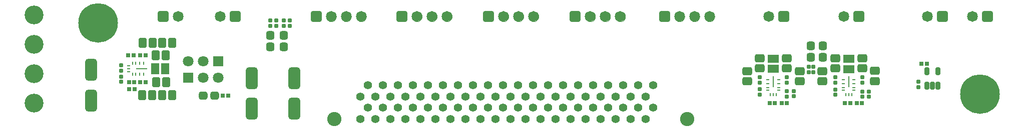
<source format=gts>
G04*
G04 #@! TF.GenerationSoftware,Altium Limited,Altium Designer,21.2.2 (38)*
G04*
G04 Layer_Color=8388736*
%FSLAX25Y25*%
%MOIN*%
G70*
G04*
G04 #@! TF.SameCoordinates,68047672-1E7F-4675-B640-9537CBAF5E22*
G04*
G04*
G04 #@! TF.FilePolarity,Negative*
G04*
G01*
G75*
%ADD16C,0.00000*%
%ADD17R,0.00984X0.02362*%
%ADD18R,0.02362X0.00984*%
%ADD19R,0.07185X0.00984*%
G04:AMPARAMS|DCode=20|XSize=80.83mil|YSize=147.76mil|CornerRadius=22.21mil|HoleSize=0mil|Usage=FLASHONLY|Rotation=0.000|XOffset=0mil|YOffset=0mil|HoleType=Round|Shape=RoundedRectangle|*
%AMROUNDEDRECTD20*
21,1,0.08083,0.10335,0,0,0.0*
21,1,0.03642,0.14776,0,0,0.0*
1,1,0.04442,0.01821,-0.05167*
1,1,0.04442,-0.01821,-0.05167*
1,1,0.04442,-0.01821,0.05167*
1,1,0.04442,0.01821,0.05167*
%
%ADD20ROUNDEDRECTD20*%
G04:AMPARAMS|DCode=21|XSize=57.21mil|YSize=53.67mil|CornerRadius=13.82mil|HoleSize=0mil|Usage=FLASHONLY|Rotation=90.000|XOffset=0mil|YOffset=0mil|HoleType=Round|Shape=RoundedRectangle|*
%AMROUNDEDRECTD21*
21,1,0.05721,0.02603,0,0,90.0*
21,1,0.02958,0.05367,0,0,90.0*
1,1,0.02764,0.01302,0.01479*
1,1,0.02764,0.01302,-0.01479*
1,1,0.02764,-0.01302,-0.01479*
1,1,0.02764,-0.01302,0.01479*
%
%ADD21ROUNDEDRECTD21*%
G04:AMPARAMS|DCode=22|XSize=29.85mil|YSize=27.88mil|CornerRadius=8.97mil|HoleSize=0mil|Usage=FLASHONLY|Rotation=270.000|XOffset=0mil|YOffset=0mil|HoleType=Round|Shape=RoundedRectangle|*
%AMROUNDEDRECTD22*
21,1,0.02985,0.00994,0,0,270.0*
21,1,0.01191,0.02788,0,0,270.0*
1,1,0.01794,-0.00497,-0.00596*
1,1,0.01794,-0.00497,0.00596*
1,1,0.01794,0.00497,0.00596*
1,1,0.01794,0.00497,-0.00596*
%
%ADD22ROUNDEDRECTD22*%
G04:AMPARAMS|DCode=23|XSize=55.24mil|YSize=67.06mil|CornerRadius=13.92mil|HoleSize=0mil|Usage=FLASHONLY|Rotation=0.000|XOffset=0mil|YOffset=0mil|HoleType=Round|Shape=RoundedRectangle|*
%AMROUNDEDRECTD23*
21,1,0.05524,0.03921,0,0,0.0*
21,1,0.02740,0.06706,0,0,0.0*
1,1,0.02784,0.01370,-0.01961*
1,1,0.02784,-0.01370,-0.01961*
1,1,0.02784,-0.01370,0.01961*
1,1,0.02784,0.01370,0.01961*
%
%ADD23ROUNDEDRECTD23*%
%ADD24R,0.00984X0.07185*%
G04:AMPARAMS|DCode=25|XSize=55.24mil|YSize=67.06mil|CornerRadius=13.92mil|HoleSize=0mil|Usage=FLASHONLY|Rotation=270.000|XOffset=0mil|YOffset=0mil|HoleType=Round|Shape=RoundedRectangle|*
%AMROUNDEDRECTD25*
21,1,0.05524,0.03921,0,0,270.0*
21,1,0.02740,0.06706,0,0,270.0*
1,1,0.02784,-0.01961,-0.01370*
1,1,0.02784,-0.01961,0.01370*
1,1,0.02784,0.01961,0.01370*
1,1,0.02784,0.01961,-0.01370*
%
%ADD25ROUNDEDRECTD25*%
%ADD26R,0.07611X0.05485*%
G04:AMPARAMS|DCode=27|XSize=29.85mil|YSize=27.88mil|CornerRadius=8.97mil|HoleSize=0mil|Usage=FLASHONLY|Rotation=180.000|XOffset=0mil|YOffset=0mil|HoleType=Round|Shape=RoundedRectangle|*
%AMROUNDEDRECTD27*
21,1,0.02985,0.00994,0,0,180.0*
21,1,0.01191,0.02788,0,0,180.0*
1,1,0.01794,-0.00596,0.00497*
1,1,0.01794,0.00596,0.00497*
1,1,0.01794,0.00596,-0.00497*
1,1,0.01794,-0.00596,-0.00497*
%
%ADD27ROUNDEDRECTD27*%
G04:AMPARAMS|DCode=28|XSize=57.21mil|YSize=53.67mil|CornerRadius=13.82mil|HoleSize=0mil|Usage=FLASHONLY|Rotation=180.000|XOffset=0mil|YOffset=0mil|HoleType=Round|Shape=RoundedRectangle|*
%AMROUNDEDRECTD28*
21,1,0.05721,0.02603,0,0,180.0*
21,1,0.02958,0.05367,0,0,180.0*
1,1,0.02764,-0.01479,0.01302*
1,1,0.02764,0.01479,0.01302*
1,1,0.02764,0.01479,-0.01302*
1,1,0.02764,-0.01479,-0.01302*
%
%ADD28ROUNDEDRECTD28*%
%ADD29R,0.05485X0.07611*%
G04:AMPARAMS|DCode=30|XSize=53.67mil|YSize=32.02mil|CornerRadius=9.88mil|HoleSize=0mil|Usage=FLASHONLY|Rotation=90.000|XOffset=0mil|YOffset=0mil|HoleType=Round|Shape=RoundedRectangle|*
%AMROUNDEDRECTD30*
21,1,0.05367,0.01225,0,0,90.0*
21,1,0.03390,0.03202,0,0,90.0*
1,1,0.01977,0.00612,0.01695*
1,1,0.01977,0.00612,-0.01695*
1,1,0.01977,-0.00612,-0.01695*
1,1,0.01977,-0.00612,0.01695*
%
%ADD30ROUNDEDRECTD30*%
%ADD31R,0.07099X0.07099*%
%ADD32C,0.07099*%
%ADD33C,0.26391*%
%ADD34C,0.03162*%
%ADD35C,0.09500*%
%ADD36C,0.05500*%
G04:AMPARAMS|DCode=37|XSize=71.78mil|YSize=71.78mil|CornerRadius=11.97mil|HoleSize=0mil|Usage=FLASHONLY|Rotation=0.000|XOffset=0mil|YOffset=0mil|HoleType=Round|Shape=RoundedRectangle|*
%AMROUNDEDRECTD37*
21,1,0.07178,0.04784,0,0,0.0*
21,1,0.04784,0.07178,0,0,0.0*
1,1,0.02395,0.02392,-0.02392*
1,1,0.02395,-0.02392,-0.02392*
1,1,0.02395,-0.02392,0.02392*
1,1,0.02395,0.02392,0.02392*
%
%ADD37ROUNDEDRECTD37*%
%ADD38C,0.07178*%
%ADD39C,0.12611*%
D16*
X493890Y175000D02*
X493739Y175999D01*
X493301Y176910D01*
X492614Y177650D01*
X491739Y178156D01*
X490753Y178381D01*
X489746Y178305D01*
X488805Y177936D01*
X488015Y177306D01*
X487446Y176471D01*
X487148Y175505D01*
Y174495D01*
X487446Y173529D01*
X488015Y172694D01*
X488805Y172064D01*
X489746Y171695D01*
X490753Y171619D01*
X491739Y171844D01*
X492614Y172350D01*
X493301Y173090D01*
X493739Y174001D01*
X493890Y175000D01*
X503890D02*
X503739Y175999D01*
X503301Y176910D01*
X502614Y177650D01*
X501739Y178156D01*
X500753Y178381D01*
X499746Y178305D01*
X498805Y177936D01*
X498015Y177306D01*
X497446Y176471D01*
X497148Y175505D01*
Y174495D01*
X497446Y173529D01*
X498015Y172694D01*
X498805Y172064D01*
X499746Y171695D01*
X500753Y171619D01*
X501739Y171844D01*
X502614Y172350D01*
X503301Y173090D01*
X503739Y174001D01*
X503890Y175000D01*
X513890D02*
X513739Y175999D01*
X513301Y176910D01*
X512614Y177650D01*
X511738Y178156D01*
X510753Y178381D01*
X509746Y178305D01*
X508805Y177936D01*
X508015Y177306D01*
X507446Y176471D01*
X507148Y175505D01*
Y174495D01*
X507446Y173529D01*
X508015Y172694D01*
X508805Y172064D01*
X509746Y171695D01*
X510753Y171619D01*
X511738Y171844D01*
X512614Y172350D01*
X513301Y173090D01*
X513739Y174001D01*
X513890Y175000D01*
X523890D02*
X523739Y175999D01*
X523301Y176910D01*
X522614Y177650D01*
X521738Y178156D01*
X520753Y178381D01*
X519746Y178305D01*
X518805Y177936D01*
X518015Y177306D01*
X517446Y176471D01*
X517148Y175505D01*
Y174495D01*
X517446Y173529D01*
X518015Y172694D01*
X518805Y172064D01*
X519746Y171695D01*
X520753Y171619D01*
X521738Y171844D01*
X522614Y172350D01*
X523301Y173090D01*
X523739Y174001D01*
X523890Y175000D01*
X434416D02*
X434265Y175999D01*
X433827Y176910D01*
X433140Y177650D01*
X432264Y178156D01*
X431279Y178381D01*
X430271Y178305D01*
X429331Y177936D01*
X428541Y177306D01*
X427972Y176471D01*
X427674Y175505D01*
Y174495D01*
X427972Y173529D01*
X428541Y172694D01*
X429331Y172064D01*
X430271Y171695D01*
X431279Y171619D01*
X432264Y171844D01*
X433140Y172350D01*
X433827Y173090D01*
X434265Y174001D01*
X434416Y175000D01*
X444416D02*
X444265Y175999D01*
X443827Y176910D01*
X443140Y177650D01*
X442264Y178156D01*
X441279Y178381D01*
X440272Y178305D01*
X439331Y177936D01*
X438541Y177306D01*
X437972Y176471D01*
X437674Y175505D01*
Y174495D01*
X437972Y173529D01*
X438541Y172694D01*
X439331Y172064D01*
X440272Y171695D01*
X441279Y171619D01*
X442264Y171844D01*
X443140Y172350D01*
X443827Y173090D01*
X444265Y174001D01*
X444416Y175000D01*
X454416D02*
X454265Y175999D01*
X453827Y176910D01*
X453139Y177650D01*
X452264Y178156D01*
X451279Y178381D01*
X450272Y178305D01*
X449331Y177936D01*
X448541Y177306D01*
X447972Y176471D01*
X447674Y175505D01*
Y174495D01*
X447972Y173529D01*
X448541Y172694D01*
X449331Y172064D01*
X450272Y171695D01*
X451279Y171619D01*
X452264Y171844D01*
X453139Y172350D01*
X453827Y173090D01*
X454265Y174001D01*
X454416Y175000D01*
X464416D02*
X464265Y175999D01*
X463827Y176910D01*
X463139Y177650D01*
X462264Y178156D01*
X461279Y178381D01*
X460272Y178305D01*
X459331Y177936D01*
X458541Y177306D01*
X457972Y176471D01*
X457674Y175505D01*
Y174495D01*
X457972Y173529D01*
X458541Y172694D01*
X459331Y172064D01*
X460272Y171695D01*
X461279Y171619D01*
X462264Y171844D01*
X463139Y172350D01*
X463827Y173090D01*
X464265Y174001D01*
X464416Y175000D01*
X406640D02*
X406489Y175999D01*
X406051Y176910D01*
X405364Y177650D01*
X404489Y178156D01*
X403503Y178381D01*
X402496Y178305D01*
X401555Y177936D01*
X400765Y177306D01*
X400196Y176471D01*
X399898Y175505D01*
Y174495D01*
X400196Y173529D01*
X400765Y172694D01*
X401555Y172064D01*
X402496Y171695D01*
X403503Y171619D01*
X404489Y171844D01*
X405364Y172350D01*
X406051Y173090D01*
X406489Y174001D01*
X406640Y175000D01*
X396640D02*
X396489Y175999D01*
X396051Y176910D01*
X395364Y177650D01*
X394489Y178156D01*
X393503Y178381D01*
X392496Y178305D01*
X391555Y177936D01*
X390765Y177306D01*
X390196Y176471D01*
X389898Y175505D01*
Y174495D01*
X390196Y173529D01*
X390765Y172694D01*
X391555Y172064D01*
X392496Y171695D01*
X393503Y171619D01*
X394489Y171844D01*
X395364Y172350D01*
X396051Y173090D01*
X396489Y174001D01*
X396640Y175000D01*
X386640D02*
X386489Y175999D01*
X386051Y176910D01*
X385364Y177650D01*
X384489Y178156D01*
X383503Y178381D01*
X382496Y178305D01*
X381555Y177936D01*
X380765Y177306D01*
X380196Y176471D01*
X379898Y175505D01*
Y174495D01*
X380196Y173529D01*
X380765Y172694D01*
X381555Y172064D01*
X382496Y171695D01*
X383503Y171619D01*
X384489Y171844D01*
X385364Y172350D01*
X386051Y173090D01*
X386489Y174001D01*
X386640Y175000D01*
X376640D02*
X376489Y175999D01*
X376051Y176910D01*
X375364Y177650D01*
X374488Y178156D01*
X373503Y178381D01*
X372496Y178305D01*
X371555Y177936D01*
X370765Y177306D01*
X370196Y176471D01*
X369898Y175505D01*
Y174495D01*
X370196Y173529D01*
X370765Y172694D01*
X371555Y172064D01*
X372496Y171695D01*
X373503Y171619D01*
X374488Y171844D01*
X375364Y172350D01*
X376051Y173090D01*
X376489Y174001D01*
X376640Y175000D01*
X348998D02*
X348847Y175999D01*
X348409Y176910D01*
X347721Y177650D01*
X346846Y178156D01*
X345861Y178381D01*
X344853Y178305D01*
X343913Y177936D01*
X343123Y177306D01*
X342553Y176471D01*
X342255Y175505D01*
Y174495D01*
X342553Y173529D01*
X343123Y172694D01*
X343913Y172064D01*
X344853Y171695D01*
X345861Y171619D01*
X346846Y171844D01*
X347721Y172350D01*
X348409Y173090D01*
X348847Y174001D01*
X348998Y175000D01*
X338998D02*
X338847Y175999D01*
X338408Y176910D01*
X337721Y177650D01*
X336846Y178156D01*
X335861Y178381D01*
X334853Y178305D01*
X333913Y177936D01*
X333122Y177306D01*
X332553Y176471D01*
X332255Y175505D01*
Y174495D01*
X332553Y173529D01*
X333122Y172694D01*
X333913Y172064D01*
X334853Y171695D01*
X335861Y171619D01*
X336846Y171844D01*
X337721Y172350D01*
X338408Y173090D01*
X338847Y174001D01*
X338998Y175000D01*
X328998D02*
X328847Y175999D01*
X328409Y176910D01*
X327721Y177650D01*
X326846Y178156D01*
X325861Y178381D01*
X324853Y178305D01*
X323913Y177936D01*
X323123Y177306D01*
X322553Y176471D01*
X322255Y175505D01*
Y174495D01*
X322553Y173529D01*
X323123Y172694D01*
X323913Y172064D01*
X324853Y171695D01*
X325861Y171619D01*
X326846Y171844D01*
X327721Y172350D01*
X328409Y173090D01*
X328847Y174001D01*
X328998Y175000D01*
X318998D02*
X318847Y175999D01*
X318408Y176910D01*
X317721Y177650D01*
X316846Y178156D01*
X315861Y178381D01*
X314853Y178305D01*
X313913Y177936D01*
X313123Y177306D01*
X312553Y176471D01*
X312255Y175505D01*
Y174495D01*
X312553Y173529D01*
X313123Y172694D01*
X313913Y172064D01*
X314853Y171695D01*
X315861Y171619D01*
X316846Y171844D01*
X317721Y172350D01*
X318408Y173090D01*
X318847Y174001D01*
X318998Y175000D01*
X291890D02*
X291739Y175999D01*
X291301Y176910D01*
X290614Y177650D01*
X289738Y178156D01*
X288753Y178381D01*
X287746Y178305D01*
X286805Y177936D01*
X286015Y177306D01*
X285446Y176471D01*
X285148Y175505D01*
Y174495D01*
X285446Y173529D01*
X286015Y172694D01*
X286805Y172064D01*
X287746Y171695D01*
X288753Y171619D01*
X289738Y171844D01*
X290614Y172350D01*
X291301Y173090D01*
X291739Y174001D01*
X291890Y175000D01*
X281890D02*
X281739Y175999D01*
X281301Y176910D01*
X280614Y177650D01*
X279738Y178156D01*
X278753Y178381D01*
X277746Y178305D01*
X276805Y177936D01*
X276015Y177306D01*
X275446Y176471D01*
X275148Y175505D01*
Y174495D01*
X275446Y173529D01*
X276015Y172694D01*
X276805Y172064D01*
X277746Y171695D01*
X278753Y171619D01*
X279738Y171844D01*
X280614Y172350D01*
X281301Y173090D01*
X281739Y174001D01*
X281890Y175000D01*
X271890D02*
X271739Y175999D01*
X271301Y176910D01*
X270614Y177650D01*
X269739Y178156D01*
X268753Y178381D01*
X267746Y178305D01*
X266805Y177936D01*
X266015Y177306D01*
X265446Y176471D01*
X265148Y175505D01*
Y174495D01*
X265446Y173529D01*
X266015Y172694D01*
X266805Y172064D01*
X267746Y171695D01*
X268753Y171619D01*
X269739Y171844D01*
X270614Y172350D01*
X271301Y173090D01*
X271739Y174001D01*
X271890Y175000D01*
X261890D02*
X261739Y175999D01*
X261301Y176910D01*
X260614Y177650D01*
X259738Y178156D01*
X258753Y178381D01*
X257746Y178305D01*
X256805Y177936D01*
X256015Y177306D01*
X255446Y176471D01*
X255148Y175505D01*
Y174495D01*
X255446Y173529D01*
X256015Y172694D01*
X256805Y172064D01*
X257746Y171695D01*
X258753Y171619D01*
X259738Y171844D01*
X260614Y172350D01*
X261301Y173090D01*
X261739Y174001D01*
X261890Y175000D01*
D17*
X143480Y143543D02*
D03*
X140921D02*
D03*
X138362D02*
D03*
X136394D02*
D03*
Y136457D02*
D03*
X138362D02*
D03*
X140921D02*
D03*
X143480D02*
D03*
X564925Y122675D02*
D03*
X562957D02*
D03*
X560988D02*
D03*
X611190Y122702D02*
D03*
X613159D02*
D03*
X615127D02*
D03*
D18*
X133539Y141969D02*
D03*
Y140000D02*
D03*
Y138031D02*
D03*
X566500Y132616D02*
D03*
Y130057D02*
D03*
Y127498D02*
D03*
Y125529D02*
D03*
X559413D02*
D03*
Y127498D02*
D03*
Y130057D02*
D03*
Y132616D02*
D03*
X609616Y132643D02*
D03*
Y130084D02*
D03*
Y127525D02*
D03*
Y125556D02*
D03*
X616702D02*
D03*
Y127525D02*
D03*
Y130084D02*
D03*
Y132643D02*
D03*
D19*
X142154Y140000D02*
D03*
D20*
X215500Y113264D02*
D03*
Y133736D02*
D03*
X244000D02*
D03*
Y113264D02*
D03*
X108500Y139236D02*
D03*
Y118764D02*
D03*
D21*
X596000Y155398D02*
D03*
Y147602D02*
D03*
X588000Y155398D02*
D03*
Y147602D02*
D03*
X237100Y162330D02*
D03*
Y154534D02*
D03*
X228000Y162500D02*
D03*
Y154705D02*
D03*
D22*
X589644Y137779D02*
D03*
Y141322D02*
D03*
X586483Y137844D02*
D03*
Y141387D02*
D03*
X554000Y134269D02*
D03*
Y130726D02*
D03*
X572000Y134269D02*
D03*
Y130726D02*
D03*
X554000Y126269D02*
D03*
Y122726D02*
D03*
X572000Y121454D02*
D03*
Y124998D02*
D03*
X576591Y121596D02*
D03*
Y125139D02*
D03*
X128477Y138809D02*
D03*
Y142352D02*
D03*
X128654Y134772D02*
D03*
Y131228D02*
D03*
X622159Y130773D02*
D03*
Y134316D02*
D03*
Y124859D02*
D03*
Y121316D02*
D03*
X626659Y124859D02*
D03*
Y121316D02*
D03*
X604159Y122544D02*
D03*
Y126088D02*
D03*
Y130816D02*
D03*
Y134359D02*
D03*
X241100Y168660D02*
D03*
Y172204D02*
D03*
X232000Y168831D02*
D03*
Y172374D02*
D03*
X237100Y168660D02*
D03*
Y172204D02*
D03*
X228000Y168831D02*
D03*
Y172374D02*
D03*
X659500Y127728D02*
D03*
Y131272D02*
D03*
D23*
X149500Y157500D02*
D03*
X142807D02*
D03*
X151654Y149000D02*
D03*
X158346D02*
D03*
X155807Y157500D02*
D03*
X162500D02*
D03*
X155807Y122500D02*
D03*
X162500D02*
D03*
X142654D02*
D03*
X149346D02*
D03*
X158500Y131000D02*
D03*
X151807D02*
D03*
D24*
X562957Y131289D02*
D03*
X613159Y131316D02*
D03*
D25*
X545500Y131651D02*
D03*
Y138344D02*
D03*
X580500Y131651D02*
D03*
Y138344D02*
D03*
X554000Y147191D02*
D03*
Y140498D02*
D03*
X572000Y147191D02*
D03*
Y140498D02*
D03*
X630618Y138527D02*
D03*
Y131834D02*
D03*
X604159Y140316D02*
D03*
Y147009D02*
D03*
X595659Y138509D02*
D03*
Y131816D02*
D03*
X622159Y140316D02*
D03*
Y147009D02*
D03*
D26*
X563000Y146730D02*
D03*
Y139998D02*
D03*
X613159Y139816D02*
D03*
Y146548D02*
D03*
D27*
X568500Y117000D02*
D03*
X572043D02*
D03*
X564000D02*
D03*
X560457D02*
D03*
X199925Y122000D02*
D03*
X196382D02*
D03*
X136925Y149000D02*
D03*
X133382D02*
D03*
X144925D02*
D03*
X141382D02*
D03*
X134110Y126500D02*
D03*
X137654D02*
D03*
X133882Y131000D02*
D03*
X137425D02*
D03*
X144925D02*
D03*
X141382D02*
D03*
X622102Y117106D02*
D03*
X618559D02*
D03*
X610662Y117135D02*
D03*
X614205D02*
D03*
X665272Y143500D02*
D03*
X661728D02*
D03*
D28*
X183256Y122000D02*
D03*
X191051D02*
D03*
D29*
X157886Y140000D02*
D03*
X151154D02*
D03*
D30*
X665260Y138342D02*
D03*
X672740D02*
D03*
Y128657D02*
D03*
X669000D02*
D03*
X665260D02*
D03*
D31*
X193154Y145000D02*
D03*
X173153Y134000D02*
D03*
D32*
X183153Y145000D02*
D03*
X173153D02*
D03*
X193154Y134000D02*
D03*
X183153D02*
D03*
D33*
X113244Y170756D02*
D03*
X700500Y123000D02*
D03*
D34*
X113244Y180992D02*
D03*
X106000Y178000D02*
D03*
X103008Y170756D02*
D03*
X106000Y163512D02*
D03*
X113244Y160520D02*
D03*
X120488Y163512D02*
D03*
X123480Y170756D02*
D03*
X120488Y178000D02*
D03*
X700500Y133236D02*
D03*
X693256Y130244D02*
D03*
X690264Y123000D02*
D03*
X693256Y115756D02*
D03*
X700500Y112764D02*
D03*
X707744Y115756D02*
D03*
X710736Y123000D02*
D03*
X707744Y130244D02*
D03*
D35*
X505500Y106500D02*
D03*
X270500D02*
D03*
D36*
X288000D02*
D03*
X293000Y114000D02*
D03*
X298000Y106500D02*
D03*
X303000Y114000D02*
D03*
X308000Y106500D02*
D03*
X313000Y114000D02*
D03*
X318000Y106500D02*
D03*
X323000Y114000D02*
D03*
X328000Y106500D02*
D03*
X333000Y114000D02*
D03*
X338000Y106500D02*
D03*
X343000Y114000D02*
D03*
X348000Y106500D02*
D03*
X353000Y114000D02*
D03*
X358000Y106500D02*
D03*
X363000Y114000D02*
D03*
X368000Y106500D02*
D03*
X373000Y114000D02*
D03*
X378000Y106500D02*
D03*
X383000Y114000D02*
D03*
X388000Y106500D02*
D03*
X393000Y114000D02*
D03*
X398000Y106500D02*
D03*
X403000Y114000D02*
D03*
X408000Y106500D02*
D03*
X413000Y114000D02*
D03*
X418000Y106500D02*
D03*
X423000Y114000D02*
D03*
X428000Y106500D02*
D03*
X433000Y114000D02*
D03*
X438000Y106500D02*
D03*
X443000Y114000D02*
D03*
X448000Y106500D02*
D03*
X453000Y114000D02*
D03*
X458000Y106500D02*
D03*
X463000Y114000D02*
D03*
X468000Y106500D02*
D03*
X473000Y114000D02*
D03*
X478000Y106500D02*
D03*
X483000Y114000D02*
D03*
X288000Y121500D02*
D03*
X293000Y129000D02*
D03*
X298000Y121500D02*
D03*
X303000Y129000D02*
D03*
X308000Y121500D02*
D03*
X313000Y129000D02*
D03*
X318000Y121500D02*
D03*
X323000Y129000D02*
D03*
X328000Y121500D02*
D03*
X333000Y129000D02*
D03*
X338000Y121500D02*
D03*
X343000Y129000D02*
D03*
X348000Y121500D02*
D03*
X353000Y129000D02*
D03*
X358000Y121500D02*
D03*
X363000Y129000D02*
D03*
X368000Y121500D02*
D03*
X373000Y129000D02*
D03*
X378000Y121500D02*
D03*
X383000Y129000D02*
D03*
X388000Y121500D02*
D03*
X393000Y129000D02*
D03*
X398000Y121500D02*
D03*
X403000Y129000D02*
D03*
X408000Y121500D02*
D03*
X413000Y129000D02*
D03*
X418000Y121500D02*
D03*
X423000Y129000D02*
D03*
X428000Y121500D02*
D03*
X433000Y129000D02*
D03*
X438000Y121500D02*
D03*
X443000Y129000D02*
D03*
X448000Y121500D02*
D03*
X453000Y129000D02*
D03*
X458000Y121500D02*
D03*
X463000Y129000D02*
D03*
X468000Y121500D02*
D03*
X473000Y129000D02*
D03*
X478000Y121500D02*
D03*
X483000Y129000D02*
D03*
D37*
X490500Y175000D02*
D03*
X431026D02*
D03*
X570000D02*
D03*
X373250D02*
D03*
X315608D02*
D03*
X258500D02*
D03*
X156500D02*
D03*
X204494D02*
D03*
X620000D02*
D03*
X705500D02*
D03*
X675500D02*
D03*
D38*
X500500D02*
D03*
X510500D02*
D03*
X520500D02*
D03*
X441026D02*
D03*
X451026D02*
D03*
X461026D02*
D03*
X560000D02*
D03*
X403250D02*
D03*
X393250D02*
D03*
X383250D02*
D03*
X345608D02*
D03*
X335608D02*
D03*
X325608D02*
D03*
X288500D02*
D03*
X278500D02*
D03*
X268500D02*
D03*
X166500D02*
D03*
X194494D02*
D03*
X610000D02*
D03*
X695500D02*
D03*
X665500D02*
D03*
D39*
X70500Y117000D02*
D03*
Y136667D02*
D03*
Y156333D02*
D03*
Y176000D02*
D03*
M02*

</source>
